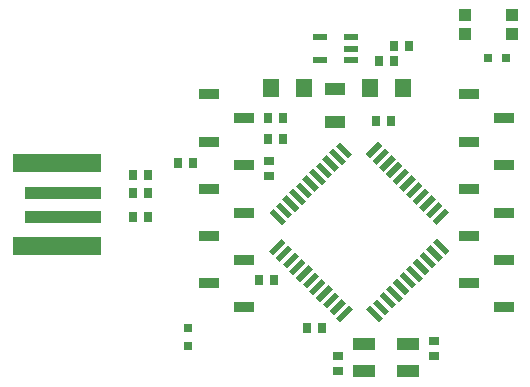
<source format=gtp>
G75*
G70*
%OFA0B0*%
%FSLAX24Y24*%
%IPPOS*%
%LPD*%
%AMOC8*
5,1,8,0,0,1.08239X$1,22.5*
%
%ADD10R,0.0276X0.0354*%
%ADD11R,0.0551X0.0630*%
%ADD12R,0.0315X0.0315*%
%ADD13R,0.0591X0.0197*%
%ADD14R,0.0197X0.0591*%
%ADD15R,0.0748X0.0433*%
%ADD16R,0.0354X0.0276*%
%ADD17R,0.0709X0.0394*%
%ADD18R,0.0472X0.0217*%
%ADD19R,0.2953X0.0591*%
%ADD20R,0.2559X0.0394*%
%ADD21R,0.0669X0.0335*%
%ADD22R,0.0394X0.0394*%
D10*
X008744Y004500D03*
X009256Y004500D03*
X010344Y002900D03*
X010856Y002900D03*
X005056Y006600D03*
X004544Y006600D03*
X004544Y007400D03*
X005056Y007400D03*
X005056Y008000D03*
X004544Y008000D03*
X006044Y008400D03*
X006556Y008400D03*
X009044Y009200D03*
X009556Y009200D03*
X009556Y009900D03*
X009044Y009900D03*
X012644Y009800D03*
X013156Y009800D03*
X013256Y011800D03*
X012744Y011800D03*
X013244Y012300D03*
X013756Y012300D03*
D11*
X013551Y010900D03*
X012449Y010900D03*
X010251Y010900D03*
X009149Y010900D03*
D12*
X006400Y002305D03*
X006400Y002895D03*
X016405Y011900D03*
X016995Y011900D03*
D13*
G36*
X011733Y008550D02*
X011316Y008965D01*
X011455Y009104D01*
X011872Y008689D01*
X011733Y008550D01*
G37*
G36*
X011511Y008327D02*
X011094Y008742D01*
X011233Y008881D01*
X011650Y008466D01*
X011511Y008327D01*
G37*
G36*
X011288Y008104D02*
X010871Y008519D01*
X011010Y008658D01*
X011427Y008243D01*
X011288Y008104D01*
G37*
G36*
X011066Y007881D02*
X010649Y008296D01*
X010788Y008435D01*
X011205Y008020D01*
X011066Y007881D01*
G37*
G36*
X010844Y007658D02*
X010427Y008073D01*
X010566Y008212D01*
X010983Y007797D01*
X010844Y007658D01*
G37*
G36*
X010622Y007435D02*
X010205Y007850D01*
X010344Y007989D01*
X010761Y007574D01*
X010622Y007435D01*
G37*
G36*
X010399Y007212D02*
X009982Y007627D01*
X010121Y007766D01*
X010538Y007351D01*
X010399Y007212D01*
G37*
G36*
X010177Y006989D02*
X009760Y007404D01*
X009899Y007543D01*
X010316Y007128D01*
X010177Y006989D01*
G37*
G36*
X009955Y006766D02*
X009538Y007181D01*
X009677Y007320D01*
X010094Y006905D01*
X009955Y006766D01*
G37*
G36*
X009732Y006542D02*
X009315Y006957D01*
X009454Y007096D01*
X009871Y006681D01*
X009732Y006542D01*
G37*
G36*
X009510Y006319D02*
X009093Y006734D01*
X009232Y006873D01*
X009649Y006458D01*
X009510Y006319D01*
G37*
G36*
X013190Y003542D02*
X012773Y003957D01*
X012912Y004096D01*
X013329Y003681D01*
X013190Y003542D01*
G37*
G36*
X012967Y003319D02*
X012550Y003734D01*
X012689Y003873D01*
X013106Y003458D01*
X012967Y003319D01*
G37*
G36*
X012745Y003096D02*
X012328Y003511D01*
X012467Y003650D01*
X012884Y003235D01*
X012745Y003096D01*
G37*
G36*
X013412Y003765D02*
X012995Y004180D01*
X013134Y004319D01*
X013551Y003904D01*
X013412Y003765D01*
G37*
G36*
X013634Y003988D02*
X013217Y004403D01*
X013356Y004542D01*
X013773Y004127D01*
X013634Y003988D01*
G37*
G36*
X013856Y004211D02*
X013439Y004626D01*
X013578Y004765D01*
X013995Y004350D01*
X013856Y004211D01*
G37*
G36*
X014079Y004434D02*
X013662Y004849D01*
X013801Y004988D01*
X014218Y004573D01*
X014079Y004434D01*
G37*
G36*
X014301Y004657D02*
X013884Y005072D01*
X014023Y005211D01*
X014440Y004796D01*
X014301Y004657D01*
G37*
G36*
X014523Y004880D02*
X014106Y005295D01*
X014245Y005434D01*
X014662Y005019D01*
X014523Y004880D01*
G37*
G36*
X014746Y005104D02*
X014329Y005519D01*
X014468Y005658D01*
X014885Y005243D01*
X014746Y005104D01*
G37*
G36*
X014968Y005327D02*
X014551Y005742D01*
X014690Y005881D01*
X015107Y005466D01*
X014968Y005327D01*
G37*
D14*
G36*
X014689Y006328D02*
X014550Y006467D01*
X014965Y006884D01*
X015104Y006745D01*
X014689Y006328D01*
G37*
G36*
X014466Y006550D02*
X014327Y006689D01*
X014742Y007106D01*
X014881Y006967D01*
X014466Y006550D01*
G37*
G36*
X014243Y006773D02*
X014104Y006912D01*
X014519Y007329D01*
X014658Y007190D01*
X014243Y006773D01*
G37*
G36*
X014020Y006995D02*
X013881Y007134D01*
X014296Y007551D01*
X014435Y007412D01*
X014020Y006995D01*
G37*
G36*
X013797Y007217D02*
X013658Y007356D01*
X014073Y007773D01*
X014212Y007634D01*
X013797Y007217D01*
G37*
G36*
X013574Y007439D02*
X013435Y007578D01*
X013850Y007995D01*
X013989Y007856D01*
X013574Y007439D01*
G37*
G36*
X013351Y007662D02*
X013212Y007801D01*
X013627Y008218D01*
X013766Y008079D01*
X013351Y007662D01*
G37*
G36*
X013128Y007884D02*
X012989Y008023D01*
X013404Y008440D01*
X013543Y008301D01*
X013128Y007884D01*
G37*
G36*
X012905Y008106D02*
X012766Y008245D01*
X013181Y008662D01*
X013320Y008523D01*
X012905Y008106D01*
G37*
G36*
X012681Y008329D02*
X012542Y008468D01*
X012957Y008885D01*
X013096Y008746D01*
X012681Y008329D01*
G37*
G36*
X012458Y008551D02*
X012319Y008690D01*
X012734Y009107D01*
X012873Y008968D01*
X012458Y008551D01*
G37*
G36*
X009235Y005316D02*
X009096Y005455D01*
X009511Y005872D01*
X009650Y005733D01*
X009235Y005316D01*
G37*
G36*
X009458Y005094D02*
X009319Y005233D01*
X009734Y005650D01*
X009873Y005511D01*
X009458Y005094D01*
G37*
G36*
X009681Y004871D02*
X009542Y005010D01*
X009957Y005427D01*
X010096Y005288D01*
X009681Y004871D01*
G37*
G36*
X009904Y004649D02*
X009765Y004788D01*
X010180Y005205D01*
X010319Y005066D01*
X009904Y004649D01*
G37*
G36*
X010127Y004427D02*
X009988Y004566D01*
X010403Y004983D01*
X010542Y004844D01*
X010127Y004427D01*
G37*
G36*
X010350Y004205D02*
X010211Y004344D01*
X010626Y004761D01*
X010765Y004622D01*
X010350Y004205D01*
G37*
G36*
X010573Y003982D02*
X010434Y004121D01*
X010849Y004538D01*
X010988Y004399D01*
X010573Y003982D01*
G37*
G36*
X010796Y003760D02*
X010657Y003899D01*
X011072Y004316D01*
X011211Y004177D01*
X010796Y003760D01*
G37*
G36*
X011019Y003538D02*
X010880Y003677D01*
X011295Y004094D01*
X011434Y003955D01*
X011019Y003538D01*
G37*
G36*
X011243Y003315D02*
X011104Y003454D01*
X011519Y003871D01*
X011658Y003732D01*
X011243Y003315D01*
G37*
G36*
X011466Y003093D02*
X011327Y003232D01*
X011742Y003649D01*
X011881Y003510D01*
X011466Y003093D01*
G37*
D15*
X012272Y002353D03*
X012272Y001447D03*
X013728Y001447D03*
X013728Y002353D03*
D16*
X014600Y002456D03*
X014600Y001944D03*
X011400Y001956D03*
X011400Y001444D03*
X009100Y007944D03*
X009100Y008456D03*
D17*
X011300Y009749D03*
X011300Y010851D03*
D18*
X010788Y011826D03*
X011812Y011826D03*
X011812Y012200D03*
X011812Y012574D03*
X010788Y012574D03*
D19*
X002021Y008378D03*
X002021Y005622D03*
D20*
X002218Y006606D03*
X002218Y007394D03*
D21*
X007079Y007524D03*
X008260Y006737D03*
X007079Y005950D03*
X008260Y005162D03*
X007079Y004375D03*
X008260Y003587D03*
X008260Y008312D03*
X007079Y009099D03*
X008260Y009887D03*
X007079Y010674D03*
X015740Y010674D03*
X016921Y009887D03*
X015740Y009099D03*
X016921Y008312D03*
X015740Y007524D03*
X016921Y006737D03*
X015740Y005950D03*
X016921Y005162D03*
X015740Y004375D03*
X016921Y003587D03*
D22*
X017187Y012685D03*
X017187Y013315D03*
X015613Y013315D03*
X015613Y012685D03*
M02*

</source>
